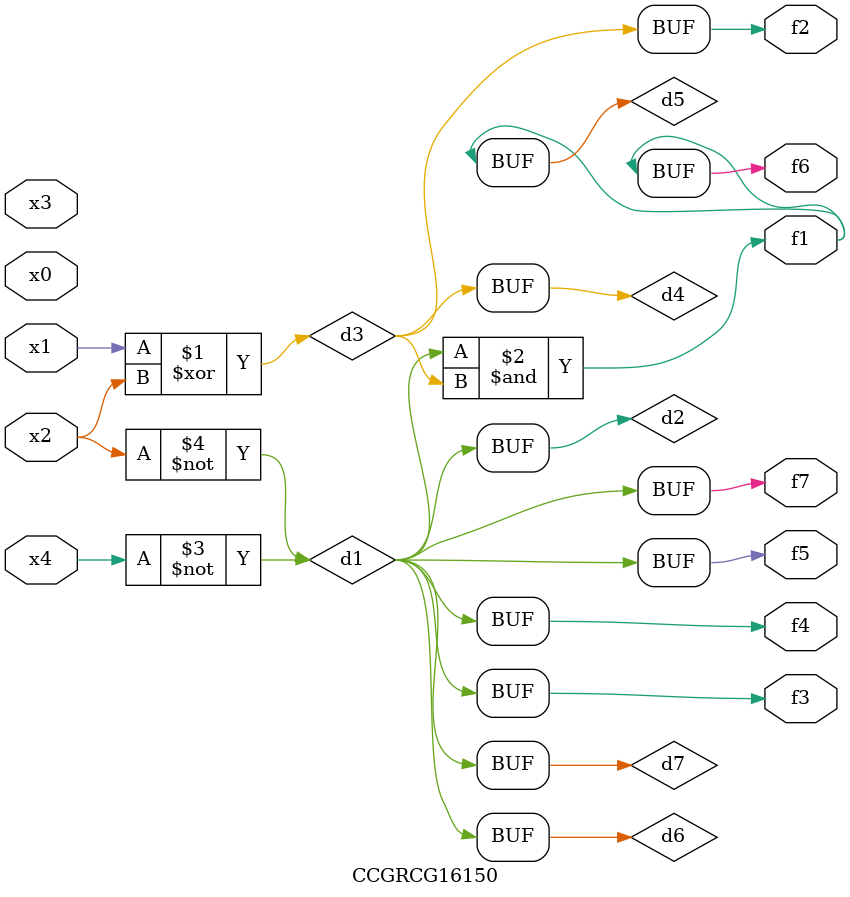
<source format=v>
module CCGRCG16150(
	input x0, x1, x2, x3, x4,
	output f1, f2, f3, f4, f5, f6, f7
);

	wire d1, d2, d3, d4, d5, d6, d7;

	not (d1, x4);
	not (d2, x2);
	xor (d3, x1, x2);
	buf (d4, d3);
	and (d5, d1, d3);
	buf (d6, d1, d2);
	buf (d7, d2);
	assign f1 = d5;
	assign f2 = d4;
	assign f3 = d7;
	assign f4 = d7;
	assign f5 = d7;
	assign f6 = d5;
	assign f7 = d7;
endmodule

</source>
